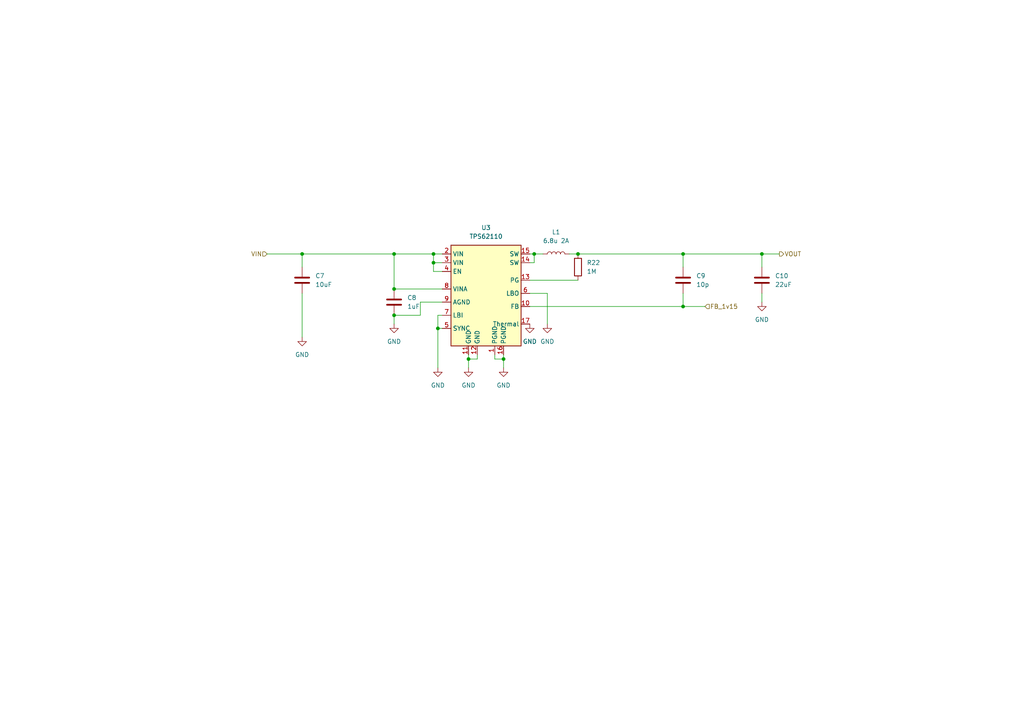
<source format=kicad_sch>
(kicad_sch (version 20211123) (generator eeschema)
  (paper "A4")
  (lib_symbols
    (symbol "Custom_Components:TPS62110"
      (property "Reference" "U" (at 0 2.54 0))
      (property "Value" "TPS62110" (at 0 0 0))
      (symbol "TPS62110_0_1"
        (rectangle (start -10.16 13.97) (end 10.16 -15.24) (stroke (width 0.254)) (fill (type background)))
      )
      (symbol "TPS62110_1_1"
        (pin power_in line (at 2.54 -17.78 90) (length 2.54) (name "PGND") (number "1"))
        (pin input line (at 12.7 -3.81 180) (length 2.54) (name "FB") (number "10"))
        (pin power_in line (at -5.08 -17.78 90) (length 2.54) (name "GND") (number "11"))
        (pin power_in line (at -2.54 -17.78 90) (length 2.54) (name "GND") (number "12"))
        (pin output line (at 12.7 3.81 180) (length 2.54) (name "PG") (number "13"))
        (pin power_out line (at 12.7 8.89 180) (length 2.54) (name "SW") (number "14"))
        (pin power_out line (at 12.7 11.43 180) (length 2.54) (name "SW") (number "15"))
        (pin power_in line (at 5.08 -17.78 90) (length 2.54) (name "PGND") (number "16"))
        (pin input line (at 12.7 -8.89 180) (length 2.54) (name "Thermal") (number "17"))
        (pin power_in line (at -12.7 11.43 0) (length 2.54) (name "VIN") (number "2"))
        (pin power_in line (at -12.7 8.89 0) (length 2.54) (name "VIN") (number "3"))
        (pin input line (at -12.7 6.35 0) (length 2.54) (name "EN") (number "4"))
        (pin input line (at -12.7 -10.16 0) (length 2.54) (name "SYNC") (number "5"))
        (pin output line (at 12.7 0 180) (length 2.54) (name "LBO") (number "6"))
        (pin input line (at -12.7 -6.35 0) (length 2.54) (name "LBI") (number "7"))
        (pin input line (at -12.7 1.27 0) (length 2.54) (name "VINA") (number "8"))
        (pin power_in line (at -12.7 -2.54 0) (length 2.54) (name "AGND") (number "9"))
      )
    )
    (symbol "Device:C" (pin_numbers hide) (pin_names (offset 0.254))
      (property "Reference" "C" (at 0.635 2.54 0))
      (property "Value" "C" (at 0.635 -2.54 0))
      (symbol "C_0_1"
        (polyline (pts (xy -2.032 -0.762) (xy 2.032 -0.762)) (stroke (width 0.508)))
        (polyline (pts (xy -2.032 0.762) (xy 2.032 0.762)) (stroke (width 0.508)))
      )
      (symbol "C_1_1"
        (pin passive line (at 0 3.81 270) (length 2.794) (name "~") (number "1"))
        (pin passive line (at 0 -3.81 90) (length 2.794) (name "~") (number "2"))
      )
    )
    (symbol "Device:L" (pin_numbers hide) (pin_names (offset 1.016) hide)
      (property "Reference" "L" (at -1.27 0 90))
      (property "Value" "L" (at 1.905 0 90))
      (symbol "L_0_1"
        (arc (start 0 -2.54) (mid 0.635 -1.905) (end 0 -1.27))
        (arc (start 0 -1.27) (mid 0.635 -0.635) (end 0 0))
        (arc (start 0 0) (mid 0.635 0.635) (end 0 1.27))
        (arc (start 0 1.27) (mid 0.635 1.905) (end 0 2.54))
      )
      (symbol "L_1_1"
        (pin passive line (at 0 3.81 270) (length 1.27) (name "1") (number "1"))
        (pin passive line (at 0 -3.81 90) (length 1.27) (name "2") (number "2"))
      )
    )
    (symbol "Device:R" (pin_numbers hide) (pin_names (offset 0))
      (property "Reference" "R" (at 2.032 0 90))
      (property "Value" "R" (at 0 0 90))
      (symbol "R_0_1"
        (rectangle (start -1.016 -2.54) (end 1.016 2.54) (stroke (width 0.254)))
      )
      (symbol "R_1_1"
        (pin passive line (at 0 3.81 270) (length 1.27) (name "~") (number "1"))
        (pin passive line (at 0 -3.81 90) (length 1.27) (name "~") (number "2"))
      )
    )
    (symbol "power:GND" (power) (pin_names (offset 0))
      (property "Value" "GND" (at 0 -3.81 0))
      (symbol "GND_0_1"
        (polyline (pts (xy 0 0) (xy 0 -1.27) (xy 1.27 -1.27) (xy 0 -2.54) (xy -1.27 -1.27) (xy 0 -1.27)))
      )
      (symbol "GND_1_1"
        (pin power_in line (at 0 0 270) (length 0) hide (name "GND") (number "1"))
      )
    )
  )
  (junction (at 125.73 76.2))
  (junction (at 125.73 73.66))
  (junction (at 167.64 73.66))
  (junction (at 198.12 88.9))
  (junction (at 127 95.25))
  (junction (at 114.3 73.66))
  (junction (at 154.94 73.66))
  (junction (at 114.3 91.44))
  (junction (at 114.3 83.82))
  (junction (at 87.63 73.66))
  (junction (at 146.05 104.14))
  (junction (at 135.89 104.14))
  (junction (at 220.98 73.66))
  (junction (at 198.12 73.66))
  (wire (pts (xy 114.3 91.44) (xy 114.3 93.98)))
  (wire (pts (xy 198.12 73.66) (xy 198.12 77.47)))
  (wire (pts (xy 167.64 73.66) (xy 165.1 73.66)))
  (wire (pts (xy 138.43 104.14) (xy 135.89 104.14)))
  (wire (pts (xy 127 91.44) (xy 127 95.25)))
  (wire (pts (xy 128.27 91.44) (xy 127 91.44)))
  (wire (pts (xy 167.64 73.66) (xy 198.12 73.66)))
  (wire (pts (xy 153.67 88.9) (xy 198.12 88.9)))
  (wire (pts (xy 125.73 76.2) (xy 128.27 76.2)))
  (wire (pts (xy 128.27 73.66) (xy 125.73 73.66)))
  (wire (pts (xy 87.63 85.09) (xy 87.63 97.79)))
  (wire (pts (xy 114.3 83.82) (xy 128.27 83.82)))
  (wire (pts (xy 154.94 76.2) (xy 154.94 73.66)))
  (wire (pts (xy 87.63 77.47) (xy 87.63 73.66)))
  (wire (pts (xy 127 95.25) (xy 127 106.68)))
  (wire (pts (xy 114.3 73.66) (xy 125.73 73.66)))
  (wire (pts (xy 220.98 77.47) (xy 220.98 73.66)))
  (wire (pts (xy 143.51 102.87) (xy 143.51 104.14)))
  (wire (pts (xy 153.67 81.28) (xy 167.64 81.28)))
  (wire (pts (xy 125.73 73.66) (xy 125.73 76.2)))
  (wire (pts (xy 87.63 73.66) (xy 114.3 73.66)))
  (wire (pts (xy 138.43 102.87) (xy 138.43 104.14)))
  (wire (pts (xy 146.05 104.14) (xy 146.05 106.68)))
  (wire (pts (xy 127 95.25) (xy 128.27 95.25)))
  (wire (pts (xy 128.27 87.63) (xy 121.92 87.63)))
  (wire (pts (xy 153.67 85.09) (xy 158.75 85.09)))
  (wire (pts (xy 153.67 76.2) (xy 154.94 76.2)))
  (wire (pts (xy 135.89 104.14) (xy 135.89 106.68)))
  (wire (pts (xy 220.98 87.63) (xy 220.98 85.09)))
  (wire (pts (xy 121.92 87.63) (xy 121.92 91.44)))
  (wire (pts (xy 226.06 73.66) (xy 220.98 73.66)))
  (wire (pts (xy 154.94 73.66) (xy 157.48 73.66)))
  (wire (pts (xy 220.98 73.66) (xy 198.12 73.66)))
  (wire (pts (xy 153.67 73.66) (xy 154.94 73.66)))
  (wire (pts (xy 146.05 104.14) (xy 146.05 102.87)))
  (wire (pts (xy 143.51 104.14) (xy 146.05 104.14)))
  (wire (pts (xy 158.75 85.09) (xy 158.75 93.98)))
  (wire (pts (xy 198.12 88.9) (xy 204.47 88.9)))
  (wire (pts (xy 114.3 73.66) (xy 114.3 83.82)))
  (wire (pts (xy 135.89 102.87) (xy 135.89 104.14)))
  (wire (pts (xy 77.47 73.66) (xy 87.63 73.66)))
  (wire (pts (xy 125.73 78.74) (xy 125.73 76.2)))
  (wire (pts (xy 121.92 91.44) (xy 114.3 91.44)))
  (wire (pts (xy 198.12 85.09) (xy 198.12 88.9)))
  (wire (pts (xy 128.27 78.74) (xy 125.73 78.74)))
  (hierarchical_label "FB_1v15" (shape input) (at 204.47 88.9 0))
  (hierarchical_label "VIN" (shape input) (at 77.47 73.66 180))
  (hierarchical_label "VOUT" (shape output) (at 226.06 73.66 0))
  (symbol (lib_id "power:GND") (at 158.75 93.98 0) (unit 1)
    (property "Reference" "#PWR045" (effects hide))
    (property "Value" "GND" (at 158.75 99.06 0))
  )
  (symbol (lib_id "power:GND") (at 87.63 97.79 0) (unit 1)
    (property "Reference" "#PWR039" (effects hide))
    (property "Value" "GND" (at 87.63 102.87 0))
  )
  (symbol (lib_id "power:GND") (at 146.05 106.68 0) (unit 1)
    (property "Reference" "#PWR043" (effects hide))
    (property "Value" "GND" (at 146.05 111.76 0))
  )
  (symbol (lib_id "power:GND") (at 153.67 93.98 0) (unit 1)
    (property "Reference" "#PWR044" (effects hide))
    (property "Value" "GND" (at 153.67 99.06 0))
  )
  (symbol (lib_id "Device:R") (at 167.64 77.47 0) (unit 1)
    (property "Reference" "R22" (at 170.18 76.1999 0) (effects (justify left)))
    (property "Value" "1M" (at 170.18 78.7399 0) (effects (justify left)))
    (property "Footprint" "Resistor_SMD:R_1206_3216Metric" (effects hide))
  )
  (symbol (lib_id "power:GND") (at 114.3 93.98 0) (unit 1)
    (property "Reference" "#PWR040" (effects hide))
    (property "Value" "GND" (at 114.3 99.06 0))
  )
  (symbol (lib_id "Device:L") (at 161.29 73.66 90) (unit 1)
    (property "Reference" "L1" (at 161.29 67.31 90))
    (property "Value" "6.8u 2A" (at 161.29 69.85 90))
    (property "Footprint" "w_smd_inductors:inductor_smd_5.8x4.5mm" (effects hide))
  )
  (symbol (lib_id "Custom_Components:TPS62110") (at 140.97 85.09 0) (unit 1)
    (property "Reference" "U3" (at 140.97 66.04 0))
    (property "Value" "TPS62110" (at 140.97 68.58 0))
    (property "Footprint" "Package_DFN_QFN:HVQFN-16-1EP_3x3mm_P0.5mm_EP1.5x1.5mm" (effects hide))
  )
  (symbol (lib_id "Device:C") (at 220.98 81.28 0) (unit 1)
    (property "Reference" "C10" (at 224.79 80.0099 0) (effects (justify left)))
    (property "Value" "22uF" (at 224.79 82.5499 0) (effects (justify left)))
    (property "Footprint" "Capacitor_SMD:C_1206_3216Metric" (effects hide))
  )
  (symbol (lib_id "power:GND") (at 135.89 106.68 0) (unit 1)
    (property "Reference" "#PWR042" (effects hide))
    (property "Value" "GND" (at 135.89 111.76 0))
  )
  (symbol (lib_id "Device:C") (at 114.3 87.63 0) (unit 1)
    (property "Reference" "C8" (at 118.11 86.3599 0) (effects (justify left)))
    (property "Value" "1uF" (at 118.11 88.8999 0) (effects (justify left)))
    (property "Footprint" "Capacitor_SMD:C_0805_2012Metric" (effects hide))
  )
  (symbol (lib_id "Device:C") (at 87.63 81.28 0) (unit 1)
    (property "Reference" "C7" (at 91.44 80.0099 0) (effects (justify left)))
    (property "Value" "10uF" (at 91.44 82.5499 0) (effects (justify left)))
    (property "Footprint" "Capacitor_SMD:C_0805_2012Metric" (effects hide))
  )
  (symbol (lib_id "Device:C") (at 198.12 81.28 0) (unit 1)
    (property "Reference" "C9" (at 201.93 80.0099 0) (effects (justify left)))
    (property "Value" "10p" (at 201.93 82.5499 0) (effects (justify left)))
    (property "Footprint" "Capacitor_SMD:C_0805_2012Metric" (effects hide))
  )
  (symbol (lib_id "power:GND") (at 127 106.68 0) (unit 1)
    (property "Reference" "#PWR041" (effects hide))
    (property "Value" "GND" (at 127 111.76 0))
  )
  (symbol (lib_id "power:GND") (at 220.98 87.63 0) (unit 1)
    (property "Reference" "#PWR046" (effects hide))
    (property "Value" "GND" (at 220.98 92.71 0))
  )
)
</source>
